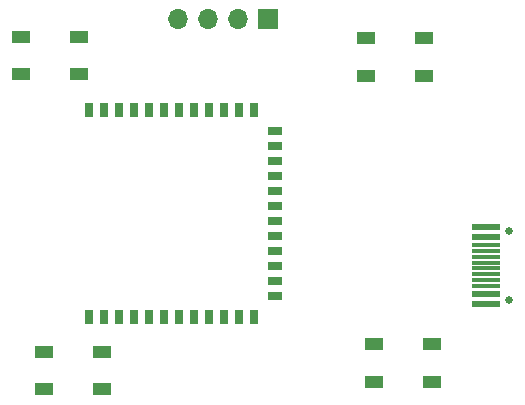
<source format=gbr>
%TF.GenerationSoftware,KiCad,Pcbnew,(5.1.2)-2*%
%TF.CreationDate,2020-04-26T17:29:46+08:00*%
%TF.ProjectId,wing-receiver-lite,77696e67-2d72-4656-9365-697665722d6c,rev?*%
%TF.SameCoordinates,Original*%
%TF.FileFunction,Soldermask,Bot*%
%TF.FilePolarity,Negative*%
%FSLAX46Y46*%
G04 Gerber Fmt 4.6, Leading zero omitted, Abs format (unit mm)*
G04 Created by KiCad (PCBNEW (5.1.2)-2) date 2020-04-26 17:29:46*
%MOMM*%
%LPD*%
G04 APERTURE LIST*
%ADD10R,1.500000X1.000000*%
%ADD11R,2.450000X0.600000*%
%ADD12R,2.450000X0.300000*%
%ADD13C,0.650000*%
%ADD14R,0.698500X1.198880*%
%ADD15R,1.198880X0.698500*%
%ADD16R,1.700000X1.700000*%
%ADD17O,1.700000X1.700000*%
G04 APERTURE END LIST*
D10*
X118655000Y-85903000D03*
X118655000Y-89103000D03*
X113755000Y-85903000D03*
X113755000Y-89103000D03*
D11*
X123895000Y-108395000D03*
X123895000Y-101945000D03*
X123895000Y-107620000D03*
X123895000Y-102720000D03*
D12*
X123895000Y-103420000D03*
X123895000Y-106920000D03*
X123895000Y-103920000D03*
X123895000Y-106420000D03*
X123895000Y-104420000D03*
X123895000Y-105920000D03*
X123895000Y-105420000D03*
X123895000Y-104920000D03*
D13*
X125840000Y-108060000D03*
X125840000Y-102280000D03*
D14*
X104277000Y-91961600D03*
X96657000Y-109487600D03*
X95387000Y-109487600D03*
D15*
X106055000Y-93739600D03*
D14*
X101737000Y-91961600D03*
X100467000Y-91961600D03*
X99197000Y-91961600D03*
X97927000Y-91961600D03*
X96657000Y-91961600D03*
X95387000Y-91961600D03*
X94117000Y-91961600D03*
X92847000Y-91961600D03*
X91577000Y-91961600D03*
X90307000Y-109487600D03*
X91577000Y-109487600D03*
X92847000Y-109487600D03*
X94117000Y-109487600D03*
X97927000Y-109487600D03*
X99197000Y-109487600D03*
X100467000Y-109487600D03*
X101737000Y-109487600D03*
X103007000Y-109487600D03*
X104277000Y-109487600D03*
D15*
X106055000Y-107709600D03*
X106055000Y-106439600D03*
X106055000Y-105169600D03*
X106055000Y-103899600D03*
X106055000Y-102629600D03*
X106055000Y-101359600D03*
X106055000Y-100089600D03*
X106055000Y-98819600D03*
X106055000Y-97549600D03*
X106055000Y-96279600D03*
X106055000Y-95009600D03*
D14*
X90307000Y-91961600D03*
X103007000Y-91961600D03*
D16*
X105410000Y-84328000D03*
D17*
X102870000Y-84328000D03*
X100330000Y-84328000D03*
X97790000Y-84328000D03*
D10*
X91360000Y-112460000D03*
X91360000Y-115660000D03*
X86460000Y-112460000D03*
X86460000Y-115660000D03*
X119300000Y-111825000D03*
X119300000Y-115025000D03*
X114400000Y-111825000D03*
X114400000Y-115025000D03*
X89455000Y-85789600D03*
X89455000Y-88989600D03*
X84555000Y-85789600D03*
X84555000Y-88989600D03*
M02*

</source>
